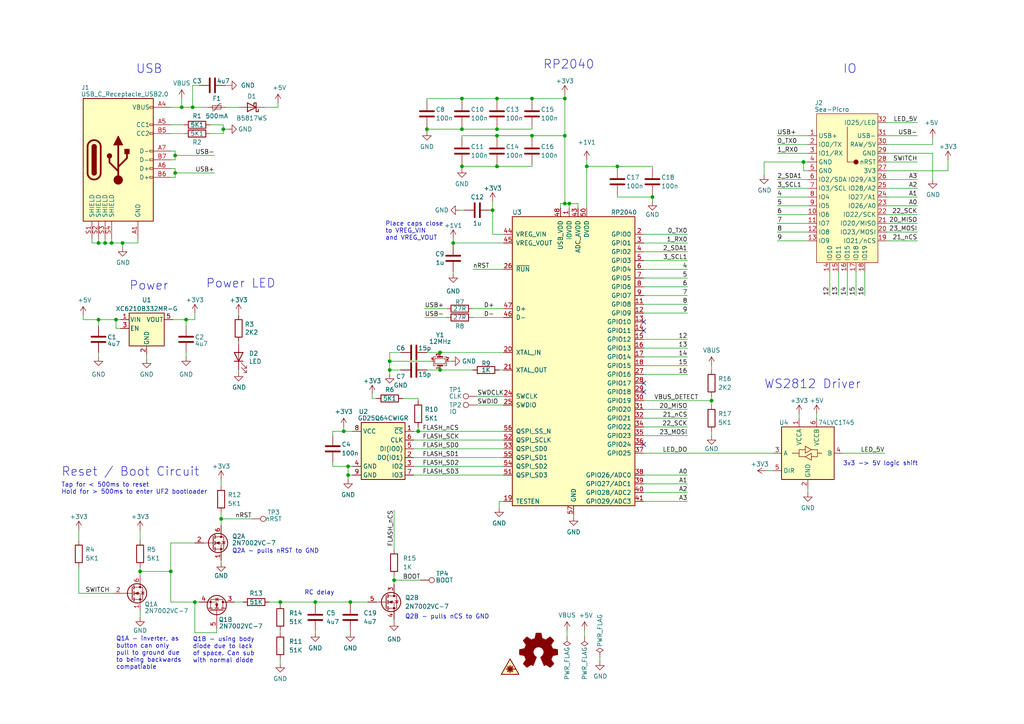
<source format=kicad_sch>
(kicad_sch (version 20211123) (generator eeschema)
  (paper "A4")
  (title_block (title "Sea Picro EXT") (date "2022-06-20") (rev "0.3") (company "Josh Johnson"))
  (junction (at 142.875 60.96))
  (junction (at 40.64 165.735))
  (junction (at 32.385 70.485))
  (junction (at 206.375 116.205))
  (junction (at 113.03 104.775))
  (junction (at 179.07 48.26))
  (junction (at 53.975 92.71))
  (junction (at 56.515 174.625))
  (junction (at 64.77 37.465))
  (junction (at 64.135 150.495))
  (junction (at 144.145 37.465))
  (junction (at 154.305 28.575))
  (junction (at 123.825 37.465))
  (junction (at 133.985 48.26))
  (junction (at 154.305 39.37))
  (junction (at 50.8 45.085))
  (junction (at 28.575 70.485))
  (junction (at 165.1 59.055))
  (junction (at 35.56 70.485))
  (junction (at 163.83 39.37))
  (junction (at 144.145 48.26))
  (junction (at 33.655 92.71))
  (junction (at 131.445 70.485))
  (junction (at 52.705 31.115))
  (junction (at 30.48 70.485))
  (junction (at 170.18 48.26))
  (junction (at 50.8 50.165))
  (junction (at 81.28 174.625))
  (junction (at 101.6 174.625))
  (junction (at 127.635 107.315))
  (junction (at 133.985 37.465))
  (junction (at 91.44 174.625))
  (junction (at 99.695 125.095))
  (junction (at 49.53 165.735))
  (junction (at 113.03 107.315))
  (junction (at 127.635 102.235))
  (junction (at 100.965 135.255))
  (junction (at 55.88 31.115))
  (junction (at 28.575 92.71))
  (junction (at 114.3 168.275))
  (junction (at 100.965 137.795))
  (junction (at 144.145 28.575))
  (junction (at 163.83 28.575))
  (junction (at 144.145 39.37))
  (junction (at 121.285 125.095))
  (junction (at 133.985 28.575))
  (junction (at 189.23 57.15))
  (junction (at 233.045 46.99))
  (junction (at 163.83 59.055))
  (no_connect (at 186.69 128.905))
  (no_connect (at 186.69 95.885))
  (no_connect (at 186.69 93.345))
  (no_connect (at 186.69 113.665))
  (no_connect (at 186.69 111.125))
  (wire (pts (xy 100.965 135.255) (xy 100.965 137.795)))
  (wire (pts (xy 50.8 48.895) (xy 50.8 50.165)))
  (wire (pts (xy 69.215 107.315) (xy 69.215 107.95)))
  (wire (pts (xy 248.285 78.74) (xy 248.285 85.725)))
  (wire (pts (xy 99.695 125.095) (xy 96.52 125.095)))
  (wire (pts (xy 123.825 29.21) (xy 123.825 28.575)))
  (wire (pts (xy 163.83 28.575) (xy 163.83 39.37)))
  (wire (pts (xy 60.96 36.195) (xy 64.77 36.195)))
  (wire (pts (xy 120.015 125.095) (xy 121.285 125.095)))
  (wire (pts (xy 154.305 28.575) (xy 163.83 28.575)))
  (wire (pts (xy 179.07 48.26) (xy 170.18 48.26)))
  (wire (pts (xy 56.515 174.625) (xy 49.53 174.625)))
  (wire (pts (xy 225.425 67.31) (xy 234.315 67.31)))
  (wire (pts (xy 163.83 39.37) (xy 163.83 59.055)))
  (wire (pts (xy 257.175 52.07) (xy 266.065 52.07)))
  (wire (pts (xy 114.3 167.005) (xy 114.3 168.275)))
  (wire (pts (xy 240.665 78.74) (xy 240.665 85.725)))
  (wire (pts (xy 28.575 70.485) (xy 30.48 70.485)))
  (wire (pts (xy 154.305 28.575) (xy 154.305 29.21)))
  (wire (pts (xy 186.69 90.805) (xy 199.39 90.805)))
  (wire (pts (xy 26.67 70.485) (xy 28.575 70.485)))
  (wire (pts (xy 113.03 102.235) (xy 113.03 104.775)))
  (wire (pts (xy 40.64 164.465) (xy 40.64 165.735)))
  (wire (pts (xy 80.645 31.115) (xy 80.645 29.845)))
  (wire (pts (xy 129.54 92.075) (xy 123.19 92.075)))
  (wire (pts (xy 225.425 64.77) (xy 234.315 64.77)))
  (wire (pts (xy 65.405 31.115) (xy 69.215 31.115)))
  (wire (pts (xy 32.385 69.215) (xy 32.385 70.485)))
  (wire (pts (xy 225.425 62.23) (xy 234.315 62.23)))
  (wire (pts (xy 186.69 106.045) (xy 199.39 106.045)))
  (wire (pts (xy 64.135 148.59) (xy 64.135 150.495)))
  (wire (pts (xy 222.25 136.525) (xy 224.155 136.525)))
  (wire (pts (xy 133.985 47.625) (xy 133.985 48.26)))
  (wire (pts (xy 146.05 70.485) (xy 131.445 70.485)))
  (wire (pts (xy 127.635 107.315) (xy 137.16 107.315)))
  (wire (pts (xy 170.18 48.26) (xy 170.18 60.325)))
  (wire (pts (xy 22.86 164.465) (xy 22.86 172.085)))
  (wire (pts (xy 186.69 70.485) (xy 199.39 70.485)))
  (wire (pts (xy 28.575 92.71) (xy 33.655 92.71)))
  (wire (pts (xy 225.425 44.45) (xy 234.315 44.45)))
  (wire (pts (xy 169.545 182.88) (xy 169.545 184.785)))
  (wire (pts (xy 55.88 24.765) (xy 57.785 24.765)))
  (wire (pts (xy 49.53 48.895) (xy 50.8 48.895)))
  (wire (pts (xy 50.8 50.165) (xy 50.8 51.435)))
  (wire (pts (xy 163.83 27.305) (xy 163.83 28.575)))
  (wire (pts (xy 270.51 52.07) (xy 270.51 44.45)))
  (wire (pts (xy 270.51 41.91) (xy 270.51 40.005)))
  (wire (pts (xy 50.8 45.085) (xy 62.23 45.085)))
  (wire (pts (xy 81.28 174.625) (xy 91.44 174.625)))
  (wire (pts (xy 233.045 49.53) (xy 233.045 46.99)))
  (wire (pts (xy 144.145 29.21) (xy 144.145 28.575)))
  (wire (pts (xy 186.69 103.505) (xy 199.39 103.505)))
  (wire (pts (xy 138.43 117.475) (xy 146.05 117.475)))
  (wire (pts (xy 257.175 35.56) (xy 266.065 35.56)))
  (wire (pts (xy 245.745 78.74) (xy 245.745 85.725)))
  (wire (pts (xy 64.135 150.495) (xy 73.025 150.495)))
  (wire (pts (xy 257.175 54.61) (xy 266.065 54.61)))
  (wire (pts (xy 179.07 56.515) (xy 179.07 57.15)))
  (wire (pts (xy 69.215 91.44) (xy 69.215 90.805)))
  (wire (pts (xy 165.1 59.055) (xy 163.83 59.055)))
  (wire (pts (xy 225.425 39.37) (xy 234.315 39.37)))
  (wire (pts (xy 225.425 54.61) (xy 234.315 54.61)))
  (wire (pts (xy 64.135 150.495) (xy 64.135 152.4)))
  (wire (pts (xy 154.305 36.83) (xy 154.305 37.465)))
  (wire (pts (xy 144.145 37.465) (xy 154.305 37.465)))
  (wire (pts (xy 234.315 49.53) (xy 233.045 49.53)))
  (wire (pts (xy 186.69 142.875) (xy 199.39 142.875)))
  (wire (pts (xy 49.53 174.625) (xy 49.53 165.735)))
  (wire (pts (xy 50.165 92.71) (xy 53.975 92.71)))
  (wire (pts (xy 113.03 107.315) (xy 113.03 108.585)))
  (wire (pts (xy 114.3 147.955) (xy 114.3 159.385)))
  (wire (pts (xy 22.86 153.67) (xy 22.86 156.845)))
  (wire (pts (xy 236.855 120.015) (xy 236.855 121.285)))
  (wire (pts (xy 186.69 73.025) (xy 199.39 73.025)))
  (wire (pts (xy 186.69 126.365) (xy 199.39 126.365)))
  (wire (pts (xy 206.375 106.045) (xy 206.375 107.315)))
  (wire (pts (xy 64.77 36.195) (xy 64.77 37.465)))
  (wire (pts (xy 186.69 98.425) (xy 199.39 98.425)))
  (wire (pts (xy 154.305 47.625) (xy 154.305 48.26)))
  (wire (pts (xy 120.015 132.715) (xy 146.05 132.715)))
  (wire (pts (xy 133.985 37.465) (xy 144.145 37.465)))
  (wire (pts (xy 179.07 48.26) (xy 189.23 48.26)))
  (wire (pts (xy 53.34 36.195) (xy 49.53 36.195)))
  (wire (pts (xy 56.515 90.805) (xy 56.515 92.71)))
  (wire (pts (xy 113.03 104.775) (xy 113.03 107.315)))
  (wire (pts (xy 131.445 69.215) (xy 131.445 70.485)))
  (wire (pts (xy 142.875 60.96) (xy 142.875 67.945)))
  (wire (pts (xy 28.575 92.71) (xy 28.575 94.615)))
  (wire (pts (xy 121.285 123.825) (xy 121.285 125.095)))
  (wire (pts (xy 144.145 48.26) (xy 154.305 48.26)))
  (wire (pts (xy 170.18 46.355) (xy 170.18 48.26)))
  (wire (pts (xy 129.54 89.535) (xy 123.19 89.535)))
  (wire (pts (xy 69.215 99.695) (xy 69.215 99.06)))
  (wire (pts (xy 257.175 46.99) (xy 266.065 46.99)))
  (wire (pts (xy 189.23 57.15) (xy 189.23 58.42)))
  (wire (pts (xy 49.53 43.815) (xy 50.8 43.815)))
  (wire (pts (xy 144.145 28.575) (xy 154.305 28.575)))
  (wire (pts (xy 243.205 78.74) (xy 243.205 85.725)))
  (wire (pts (xy 65.405 24.765) (xy 66.04 24.765)))
  (wire (pts (xy 179.07 48.895) (xy 179.07 48.26)))
  (wire (pts (xy 50.8 46.355) (xy 49.53 46.355)))
  (wire (pts (xy 22.86 172.085) (xy 33.02 172.085)))
  (wire (pts (xy 101.6 174.625) (xy 106.68 174.625)))
  (wire (pts (xy 133.985 28.575) (xy 133.985 29.21)))
  (wire (pts (xy 101.6 182.88) (xy 101.6 183.515)))
  (wire (pts (xy 102.235 135.255) (xy 100.965 135.255)))
  (wire (pts (xy 26.67 69.215) (xy 26.67 70.485)))
  (wire (pts (xy 257.175 69.85) (xy 266.065 69.85)))
  (wire (pts (xy 81.28 182.88) (xy 81.28 183.515)))
  (wire (pts (xy 33.655 95.25) (xy 33.655 92.71)))
  (wire (pts (xy 120.015 135.255) (xy 146.05 135.255)))
  (wire (pts (xy 186.69 108.585) (xy 199.39 108.585)))
  (wire (pts (xy 270.51 44.45) (xy 257.175 44.45)))
  (wire (pts (xy 50.8 51.435) (xy 49.53 51.435)))
  (wire (pts (xy 100.965 137.795) (xy 102.235 137.795)))
  (wire (pts (xy 257.175 59.69) (xy 266.065 59.69)))
  (wire (pts (xy 186.69 137.795) (xy 199.39 137.795)))
  (wire (pts (xy 52.705 28.575) (xy 52.705 31.115)))
  (wire (pts (xy 28.575 69.215) (xy 28.575 70.485)))
  (wire (pts (xy 186.69 140.335) (xy 199.39 140.335)))
  (wire (pts (xy 113.03 107.315) (xy 116.205 107.315)))
  (wire (pts (xy 50.8 45.085) (xy 50.8 46.355)))
  (wire (pts (xy 101.6 175.26) (xy 101.6 174.625)))
  (wire (pts (xy 186.69 83.185) (xy 199.39 83.185)))
  (wire (pts (xy 133.985 48.26) (xy 144.145 48.26)))
  (wire (pts (xy 60.96 38.735) (xy 64.77 38.735)))
  (wire (pts (xy 123.825 28.575) (xy 133.985 28.575)))
  (wire (pts (xy 144.145 39.37) (xy 144.145 40.005)))
  (wire (pts (xy 40.64 165.735) (xy 40.64 167.005)))
  (wire (pts (xy 144.145 36.83) (xy 144.145 37.465)))
  (wire (pts (xy 53.975 92.71) (xy 53.975 94.615)))
  (wire (pts (xy 250.825 78.74) (xy 250.825 85.725)))
  (wire (pts (xy 146.05 145.415) (xy 144.78 145.415)))
  (wire (pts (xy 164.465 182.88) (xy 164.465 184.785)))
  (wire (pts (xy 100.965 137.795) (xy 100.965 139.065)))
  (wire (pts (xy 32.385 70.485) (xy 35.56 70.485)))
  (wire (pts (xy 30.48 70.485) (xy 32.385 70.485)))
  (wire (pts (xy 189.23 48.26) (xy 189.23 48.895)))
  (wire (pts (xy 120.015 127.635) (xy 146.05 127.635)))
  (wire (pts (xy 144.78 145.415) (xy 144.78 147.32)))
  (wire (pts (xy 107.95 114.3) (xy 107.95 115.57)))
  (wire (pts (xy 186.69 121.285) (xy 199.39 121.285)))
  (wire (pts (xy 64.135 139.065) (xy 64.135 140.97)))
  (wire (pts (xy 120.015 137.795) (xy 146.05 137.795)))
  (wire (pts (xy 121.285 115.57) (xy 121.285 116.205)))
  (wire (pts (xy 42.545 102.87) (xy 42.545 104.14)))
  (wire (pts (xy 123.825 37.465) (xy 133.985 37.465)))
  (wire (pts (xy 78.105 174.625) (xy 81.28 174.625)))
  (wire (pts (xy 34.925 95.25) (xy 33.655 95.25)))
  (wire (pts (xy 133.985 28.575) (xy 144.145 28.575)))
  (wire (pts (xy 67.945 174.625) (xy 70.485 174.625)))
  (wire (pts (xy 165.1 59.055) (xy 165.1 60.325)))
  (wire (pts (xy 99.695 123.825) (xy 99.695 125.095)))
  (wire (pts (xy 123.825 37.465) (xy 123.825 38.1)))
  (wire (pts (xy 50.8 50.165) (xy 62.23 50.165)))
  (wire (pts (xy 225.425 59.69) (xy 234.315 59.69)))
  (wire (pts (xy 257.175 64.77) (xy 266.065 64.77)))
  (wire (pts (xy 206.375 125.095) (xy 206.375 126.365)))
  (wire (pts (xy 173.99 191.77) (xy 173.99 190.5)))
  (wire (pts (xy 206.375 116.205) (xy 206.375 117.475)))
  (wire (pts (xy 123.825 36.83) (xy 123.825 37.465)))
  (wire (pts (xy 146.05 67.945) (xy 142.875 67.945)))
  (wire (pts (xy 186.69 80.645) (xy 199.39 80.645)))
  (wire (pts (xy 186.69 78.105) (xy 199.39 78.105)))
  (wire (pts (xy 116.84 115.57) (xy 121.285 115.57)))
  (wire (pts (xy 50.8 43.815) (xy 50.8 45.085)))
  (wire (pts (xy 55.88 31.115) (xy 60.325 31.115)))
  (wire (pts (xy 138.43 114.935) (xy 146.05 114.935)))
  (wire (pts (xy 154.305 39.37) (xy 163.83 39.37)))
  (wire (pts (xy 49.53 157.48) (xy 56.515 157.48)))
  (wire (pts (xy 56.515 183.515) (xy 56.515 174.625)))
  (wire (pts (xy 186.69 123.825) (xy 199.39 123.825)))
  (wire (pts (xy 186.69 88.265) (xy 199.39 88.265)))
  (wire (pts (xy 166.37 149.225) (xy 166.37 149.86)))
  (wire (pts (xy 40.64 177.165) (xy 40.64 179.07)))
  (wire (pts (xy 142.24 60.96) (xy 142.875 60.96)))
  (wire (pts (xy 53.975 102.235) (xy 53.975 103.505)))
  (wire (pts (xy 167.64 59.055) (xy 165.1 59.055)))
  (wire (pts (xy 131.445 70.485) (xy 131.445 71.12)))
  (wire (pts (xy 144.145 47.625) (xy 144.145 48.26)))
  (wire (pts (xy 121.285 125.095) (xy 146.05 125.095)))
  (wire (pts (xy 257.175 62.23) (xy 266.065 62.23)))
  (wire (pts (xy 225.425 52.07) (xy 234.315 52.07)))
  (wire (pts (xy 234.315 141.605) (xy 234.315 142.875)))
  (wire (pts (xy 163.83 59.055) (xy 162.56 59.055)))
  (wire (pts (xy 274.955 46.355) (xy 274.955 49.53)))
  (wire (pts (xy 49.53 165.735) (xy 40.64 165.735)))
  (wire (pts (xy 62.865 183.515) (xy 56.515 183.515)))
  (wire (pts (xy 133.985 39.37) (xy 144.145 39.37)))
  (wire (pts (xy 99.695 125.095) (xy 102.235 125.095)))
  (wire (pts (xy 131.445 78.74) (xy 131.445 79.375)))
  (wire (pts (xy 64.77 37.465) (xy 64.77 38.735)))
  (wire (pts (xy 186.69 75.565) (xy 199.39 75.565)))
  (wire (pts (xy 137.16 92.075) (xy 146.05 92.075)))
  (wire (pts (xy 189.23 56.515) (xy 189.23 57.15)))
  (wire (pts (xy 49.53 31.115) (xy 52.705 31.115)))
  (wire (pts (xy 40.64 153.67) (xy 40.64 156.845)))
  (wire (pts (xy 91.44 182.88) (xy 91.44 183.515)))
  (wire (pts (xy 53.34 38.735) (xy 49.53 38.735)))
  (wire (pts (xy 123.825 107.315) (xy 127.635 107.315)))
  (wire (pts (xy 221.615 46.99) (xy 233.045 46.99)))
  (wire (pts (xy 24.13 92.71) (xy 24.13 91.44)))
  (wire (pts (xy 133.35 60.96) (xy 134.62 60.96)))
  (wire (pts (xy 244.475 131.445) (xy 256.54 131.445)))
  (wire (pts (xy 130.175 104.775) (xy 130.81 104.775)))
  (wire (pts (xy 225.425 41.91) (xy 234.315 41.91)))
  (wire (pts (xy 133.985 40.005) (xy 133.985 39.37)))
  (wire (pts (xy 62.865 182.245) (xy 62.865 183.515)))
  (wire (pts (xy 137.16 89.535) (xy 146.05 89.535)))
  (wire (pts (xy 162.56 59.055) (xy 162.56 60.325)))
  (wire (pts (xy 114.3 179.705) (xy 114.3 180.34)))
  (wire (pts (xy 113.03 104.775) (xy 125.095 104.775)))
  (wire (pts (xy 154.305 40.005) (xy 154.305 39.37)))
  (wire (pts (xy 221.615 46.99) (xy 221.615 50.8)))
  (wire (pts (xy 64.135 162.56) (xy 64.135 163.195)))
  (wire (pts (xy 53.975 92.71) (xy 56.515 92.71)))
  (wire (pts (xy 186.69 116.205) (xy 206.375 116.205)))
  (wire (pts (xy 33.655 92.71) (xy 34.925 92.71)))
  (wire (pts (xy 133.985 48.26) (xy 133.985 48.895)))
  (wire (pts (xy 146.05 78.105) (xy 137.16 78.105)))
  (wire (pts (xy 40.005 69.215) (xy 40.005 70.485)))
  (wire (pts (xy 66.04 37.465) (xy 64.77 37.465)))
  (wire (pts (xy 133.985 36.83) (xy 133.985 37.465)))
  (wire (pts (xy 55.88 24.765) (xy 55.88 31.115)))
  (wire (pts (xy 52.705 31.115) (xy 55.88 31.115)))
  (wire (pts (xy 167.64 60.325) (xy 167.64 59.055)))
  (wire (pts (xy 186.69 145.415) (xy 199.39 145.415)))
  (wire (pts (xy 257.175 49.53) (xy 274.955 49.53)))
  (wire (pts (xy 257.175 57.15) (xy 266.065 57.15)))
  (wire (pts (xy 225.425 57.15) (xy 234.315 57.15)))
  (wire (pts (xy 96.52 125.095) (xy 96.52 126.365)))
  (wire (pts (xy 30.48 69.215) (xy 30.48 70.485)))
  (wire (pts (xy 127.635 102.235) (xy 146.05 102.235)))
  (wire (pts (xy 186.69 118.745) (xy 199.39 118.745)))
  (wire (pts (xy 81.28 175.26) (xy 81.28 174.625)))
  (wire (pts (xy 120.015 130.175) (xy 146.05 130.175)))
  (wire (pts (xy 179.07 57.15) (xy 189.23 57.15)))
  (wire (pts (xy 35.56 70.485) (xy 40.005 70.485)))
  (wire (pts (xy 76.835 31.115) (xy 80.645 31.115)))
  (wire (pts (xy 96.52 133.985) (xy 96.52 135.255)))
  (wire (pts (xy 28.575 102.235) (xy 28.575 103.505)))
  (wire (pts (xy 24.13 92.71) (xy 28.575 92.71)))
  (wire (pts (xy 257.175 41.91) (xy 270.51 41.91)))
  (wire (pts (xy 81.28 191.135) (xy 81.28 192.405)))
  (wire (pts (xy 225.425 69.85) (xy 234.315 69.85)))
  (wire (pts (xy 257.175 39.37) (xy 266.065 39.37)))
  (wire (pts (xy 114.3 168.275) (xy 121.92 168.275)))
  (wire (pts (xy 257.175 67.31) (xy 266.065 67.31)))
  (wire (pts (xy 107.95 115.57) (xy 109.22 115.57)))
  (wire (pts (xy 144.145 39.37) (xy 154.305 39.37)))
  (wire (pts (xy 142.875 58.42) (xy 142.875 60.96)))
  (wire (pts (xy 231.775 120.015) (xy 231.775 121.285)))
  (wire (pts (xy 116.205 102.235) (xy 113.03 102.235)))
  (wire (pts (xy 96.52 135.255) (xy 100.965 135.255)))
  (wire (pts (xy 144.78 107.315) (xy 146.05 107.315)))
  (wire (pts (xy 186.69 131.445) (xy 224.155 131.445)))
  (wire (pts (xy 91.44 175.26) (xy 91.44 174.625)))
  (wire (pts (xy 233.045 46.99) (xy 234.315 46.99)))
  (wire (pts (xy 186.69 67.945) (xy 199.39 67.945)))
  (wire (pts (xy 186.69 100.965) (xy 199.39 100.965)))
  (wire (pts (xy 56.515 174.625) (xy 57.785 174.625)))
  (wire (pts (xy 114.3 168.275) (xy 114.3 169.545)))
  (wire (pts (xy 49.53 157.48) (xy 49.53 165.735)))
  (wire (pts (xy 91.44 174.625) (xy 101.6 174.625)))
  (wire (pts (xy 206.375 114.935) (xy 206.375 116.205)))
  (wire (pts (xy 186.69 85.725) (xy 199.39 85.725)))
  (wire (pts (xy 123.825 102.235) (xy 127.635 102.235)))
  (wire (pts (xy 35.56 71.755) (xy 35.56 70.485)))
  (text "Power LED" (at 59.69 83.82 0) (effects (font (size 2.54 2.54)) (justify left bottom)))
  (text "RP2040" (at 157.48 20.32 0) (effects (font (size 2.54 2.54)) (justify left bottom)))
  (text "3v3 -> 5V logic shift" (at 244.475 135.255 0) (effects (font (size 1.27 1.27)) (justify left bottom)))
  (text "Power" (at 37.465 84.455 0) (effects (font (size 2.54 2.54)) (justify left bottom)))
  (text "Q2A - pulls nRST to GND" (at 67.31 160.655 0) (effects (font (size 1.27 1.27)) (justify left bottom)))
  (text "Q1A - inverter, as \nbutton can only \npull to ground due\nto being backwards\ncompatiable" (at 33.655 194.31 0) (effects (font (size 1.27 1.27)) (justify left bottom)))
  (text "Place caps close \nto VREG_VIN \nand VREG_VOUT" (at 111.76 69.85 0) (effects (font (size 1.27 1.27)) (justify left bottom)))
  (text "Q1B - using body \ndiode due to lack\nof space. Can sub\nwith normal diode" (at 55.88 192.405 0) (effects (font (size 1.27 1.27)) (justify left bottom)))
  (text "Tap for < 500ms to reset\nHold for > 500ms to enter UF2 bootloader" (at 17.78 143.51 0) (effects (font (size 1.27 1.27)) (justify left bottom)))
  (text "RC delay" (at 88.265 172.72 0) (effects (font (size 1.27 1.27)) (justify left bottom)))
  (text "Reset / Boot Circuit" (at 17.78 138.43 0) (effects (font (size 2.54 2.54)) (justify left bottom)))
  (text "IO" (at 244.475 21.59 0) (effects (font (size 2.54 2.54)) (justify left bottom)))
  (text "USB" (at 39.37 21.59 0) (effects (font (size 2.54 2.54)) (justify left bottom)))
  (text "WS2812 Driver" (at 221.615 113.03 0) (effects (font (size 2.54 2.54)) (justify left bottom)))
  (text "Q2B - pulls nCS to GND" (at 117.475 179.705 0) (effects (font (size 1.27 1.27)) (justify left bottom)))
  (label "23_MOSI" (at 199.39 126.365 180))
  (label "USB-" (at 62.23 45.085 180))
  (label "4" (at 225.425 57.15 0))
  (label "SWDIO" (at 138.43 117.475 0))
  (label "3_SCL1" (at 199.39 75.565 180))
  (label "SWDCLK" (at 138.43 114.935 0))
  (label "22_SCK" (at 199.39 123.825 180))
  (label "7" (at 225.425 64.77 0))
  (label "A2" (at 199.39 142.875 180))
  (label "4" (at 199.39 78.105 180))
  (label "3_SCL1" (at 225.425 54.61 0))
  (label "USB-" (at 266.065 39.37 180))
  (label "2_SDA1" (at 225.425 52.07 0))
  (label "5" (at 225.425 59.69 0))
  (label "USB+" (at 225.425 39.37 0))
  (label "12" (at 240.665 85.725 90))
  (label "22_SCK" (at 266.065 62.23 180))
  (label "6" (at 225.425 62.23 0))
  (label "nRST" (at 137.16 78.105 0))
  (label "20_MISO" (at 199.39 118.745 180))
  (label "USB-" (at 123.19 92.075 0))
  (label "23_MOSI" (at 266.065 67.31 180))
  (label "FLASH_SD0" (at 122.555 130.175 0))
  (label "FLASH_SD3" (at 122.555 137.795 0))
  (label "SWITCH" (at 24.765 172.085 0))
  (label "FLASH_nCS" (at 114.3 147.955 270))
  (label "14" (at 199.39 103.505 180))
  (label "16" (at 199.39 108.585 180))
  (label "15" (at 199.39 106.045 180))
  (label "9" (at 199.39 90.805 180))
  (label "16" (at 250.825 85.725 90))
  (label "A1" (at 199.39 140.335 180))
  (label "FLASH_nCS" (at 122.555 125.095 0))
  (label "14" (at 245.745 85.725 90))
  (label "21_nCS" (at 199.39 121.285 180))
  (label "8" (at 199.39 88.265 180))
  (label "5" (at 199.39 80.645 180))
  (label "A0" (at 199.39 137.795 180))
  (label "D-" (at 140.335 92.075 0))
  (label "13" (at 199.39 100.965 180))
  (label "USB+" (at 62.23 50.165 180))
  (label "0_TX0" (at 199.39 67.945 180))
  (label "USB+" (at 123.19 89.535 0))
  (label "LED_DO" (at 199.39 131.445 180))
  (label "9" (at 225.425 69.85 0))
  (label "6" (at 199.39 83.185 180))
  (label "21_nCS" (at 266.065 69.85 180))
  (label "7" (at 199.39 85.725 180))
  (label "8" (at 225.425 67.31 0))
  (label "LED_5V" (at 266.065 35.56 180))
  (label "nRST" (at 73.025 150.495 180))
  (label "0_TX0" (at 225.425 41.91 0))
  (label "D+" (at 140.335 89.535 0))
  (label "A3" (at 266.065 52.07 180))
  (label "FLASH_SCK" (at 122.555 127.635 0))
  (label "20_MISO" (at 266.065 64.77 180))
  (label "13" (at 243.205 85.725 90))
  (label "SWITCH" (at 266.065 46.99 180))
  (label "A0" (at 266.065 59.69 180))
  (label "12" (at 199.39 98.425 180))
  (label "1_RX0" (at 225.425 44.45 0))
  (label "A3" (at 199.39 145.415 180))
  (label "A2" (at 266.065 54.61 180))
  (label "1_RX0" (at 199.39 70.485 180))
  (label "BOOT" (at 121.92 168.275 180))
  (label "FLASH_SD2" (at 122.555 135.255 0))
  (label "15" (at 248.285 85.725 90))
  (label "VBUS_DETECT" (at 202.565 116.205 180))
  (label "2_SDA1" (at 199.39 73.025 180))
  (label "FLASH_SD1" (at 122.555 132.715 0))
  (label "LED_5V" (at 256.54 131.445 180))
  (label "A1" (at 266.065 57.15 180))
  (symbol (lib_id "power:GND") (at 35.56 71.755 0) (unit 1)
    (property "Reference" "#PWR01" (effects hide))
    (property "Value" "GND" (at 35.687 76.1492 0))
  )
  (symbol (lib_id "Device:R") (at 57.15 36.195 270) (unit 1)
    (property "Reference" "R1" (at 57.15 33.655 90))
    (property "Value" "5K1" (at 57.15 36.195 90))
    (property "Footprint" "Resistor_SMD:R_0402_1005Metric" (effects hide))
    (property "LCSC" "C25905" (effects hide))
    (property "MPN " "0402WGF5101TCE" (effects hide))
    (property "Manufacturer" "UNI-ROYAL(Uniroyal Elec)" (effects hide))
    (property "JLC Basic" "Y" (effects hide))
    (property "Substitute" "Y" (effects hide))
  )
  (symbol (lib_id "Device:R") (at 57.15 38.735 270) (unit 1)
    (property "Reference" "R2" (at 57.15 41.275 90))
    (property "Value" "5K1" (at 57.15 38.735 90))
    (property "Footprint" "Resistor_SMD:R_0402_1005Metric" (effects hide))
    (property "LCSC" "C25905" (effects hide))
    (property "MPN " "0402WGF5101TCE" (effects hide))
    (property "Manufacturer" "UNI-ROYAL(Uniroyal Elec)" (effects hide))
    (property "JLC Basic" "Y" (effects hide))
    (property "Substitute" "Y" (effects hide))
  )
  (symbol (lib_id "power:GND") (at 66.04 37.465 90) (unit 1)
    (property "Reference" "#PWR02" (effects hide))
    (property "Value" "GND" (at 71.12 37.465 90))
  )
  (symbol (lib_id "Device:D_Schottky") (at 73.025 31.115 180) (unit 1)
    (property "Reference" "D1" (at 73.025 27.94 0))
    (property "Value" "B5817WS" (at 73.025 34.29 0))
    (property "Footprint" "josh-passives-smt:D_SOD-323" (effects hide))
    (property "LCSC" "C122854" (effects hide))
    (property "MPN " "B5817WS" (effects hide))
    (property "Manufacturer" "Shikues" (effects hide))
    (property "JLC Basic" "N" (effects hide))
    (property "Substitute" "N" (effects hide))
  )
  (symbol (lib_id "power:+5V") (at 80.645 29.845 0) (unit 1)
    (property "Reference" "#PWR05" (effects hide))
    (property "Value" "+5V" (at 81.026 25.4508 0))
  )
  (symbol (lib_id "Device:Polyfuse_Small") (at 62.865 31.115 270) (unit 1)
    (property "Reference" "F1" (at 62.865 28.575 90))
    (property "Value" "500mA" (at 62.865 33.655 90))
    (property "Footprint" "josh-passives-smt:Fuse_0603_1608Metric" (effects hide))
    (property "LCSC" "C210357" (effects hide))
    (property "MPN " "MF-FSMF050X-2" (effects hide))
    (property "Manufacturer" "BOURNS" (effects hide))
    (property "JLC Basic" "N" (effects hide))
    (property "Substitute" "Y" (effects hide))
  )
  (symbol (lib_id "Device:LED") (at 69.215 103.505 90) (unit 1)
    (property "Reference" "D2" (at 72.1868 102.5144 90) (effects (justify right)))
    (property "Value" "LED" (at 72.1868 104.8258 90) (effects (justify right)))
    (property "Footprint" "LED_SMD:LED_0603_1608Metric" (effects hide))
    (property "LCSC" "C72041" (effects hide))
    (property "MPN " "19-217/BHC-ZL1M2RY/3T" (effects hide))
    (property "Manufacturer" "Everlight Elec" (effects hide))
    (property "JLC Basic" "Y" (effects hide))
    (property "Substitute" "Y - Any Pink" (effects hide))
  )
  (symbol (lib_id "Device:R") (at 69.215 95.25 0) (unit 1)
    (property "Reference" "R3" (at 70.993 94.0816 0) (effects (justify left)))
    (property "Value" "2K2" (at 70.993 96.393 0) (effects (justify left)))
    (property "Footprint" "Resistor_SMD:R_0402_1005Metric" (effects hide))
    (property "LCSC" "C25879" (effects hide))
    (property "MPN " "0402WGF2201TCE" (effects hide))
    (property "Manufacturer" "UNI-ROYAL(Uniroyal Elec)" (effects hide))
    (property "JLC Basic" "Y" (effects hide))
    (property "Substitute" "Y" (effects hide))
  )
  (symbol (lib_id "power:GND") (at 69.215 107.95 0) (unit 1)
    (property "Reference" "#PWR07" (effects hide))
    (property "Value" "GND" (at 69.342 112.3442 0))
  )
  (symbol (lib_id "power:GND") (at 221.615 50.8 0) (unit 1)
    (property "Reference" "#PWR03" (effects hide))
    (property "Value" "GND" (at 221.742 55.1942 0))
  )
  (symbol (lib_id "power:+5V") (at 270.51 40.005 0) (mirror y) (unit 1)
    (property "Reference" "#PWR010" (effects hide))
    (property "Value" "+5V" (at 270.129 35.6108 0))
  )
  (symbol (lib_id "power:PWR_FLAG") (at 173.99 190.5 0) (unit 1)
    (property "Reference" "#FLG04" (effects hide))
    (property "Value" "PWR_FLAG" (at 173.99 182.88 90))
  )
  (symbol (lib_id "power:GND") (at 173.99 191.77 0) (unit 1)
    (property "Reference" "#PWR017" (effects hide))
    (property "Value" "GND" (at 174.117 196.1642 0))
  )
  (symbol (lib_id "Graphic:Logo_Open_Hardware_Small") (at 156.21 189.23 0) (unit 1) (in_bom no)
    (property "Reference" "LOGO1" (effects hide))
    (property "Value" "Logo_Open_Hardware_Small" (effects hide))
    (property "Footprint" "josh-logos:OSHW_Logo_3.6x3.6_F.Mask" (effects hide))
  )
  (symbol (lib_id "Device:C") (at 131.445 74.93 0) (mirror y) (unit 1)
    (property "Reference" "C9" (at 128.905 73.66 0) (effects (justify left)))
    (property "Value" "1u" (at 128.905 76.2 0) (effects (justify left)))
    (property "Footprint" "Capacitor_SMD:C_0402_1005Metric" (effects hide))
    (property "LCSC" "C15849" (effects hide))
    (property "MPN " "CL10A105KB8NNNC" (effects hide))
    (property "Manufacturer" "Samsung Electro-Mechanics" (effects hide))
    (property "JLC Basic" "Y" (effects hide))
    (property "Substitute" "Y" (effects hide))
  )
  (symbol (lib_id "power:GND") (at 28.575 103.505 0) (unit 1)
    (property "Reference" "#PWR06" (effects hide))
    (property "Value" "GND" (at 28.575 108.585 0))
  )
  (symbol (lib_id "Device:C") (at 101.6 179.07 0) (unit 1)
    (property "Reference" "C19" (at 105.41 177.7999 0) (effects (justify left)))
    (property "Value" "4u7" (at 105.41 180.3399 0) (effects (justify left)))
    (property "Footprint" "Capacitor_SMD:C_0402_1005Metric" (effects hide))
    (property "JLC Basic" "Y" (effects hide))
    (property "LCSC" "C23733" (effects hide))
    (property "MPN " "CL05A475MP5NRNC" (effects hide))
    (property "Manufacturer" "Samsung Electro-Mechanics" (effects hide))
    (property "Substitute" "Y" (effects hide))
  )
  (symbol (lib_id "Device:C") (at 96.52 130.175 0) (unit 1)
    (property "Reference" "C4" (at 99.06 128.905 0) (effects (justify left)))
    (property "Value" "100n" (at 99.06 131.445 0) (effects (justify left)))
    (property "Footprint" "Capacitor_SMD:C_0402_1005Metric" (effects hide))
    (property "LCSC" "C1525" (effects hide))
    (property "MPN " "CL05B104KO5NNNC" (effects hide))
    (property "Manufacturer" "Samsung Electro-Mechanics" (effects hide))
    (property "JLC Basic" "Y" (effects hide))
    (property "Substitute" "Y" (effects hide))
  )
  (symbol (lib_id "power:GND") (at 166.37 149.86 0) (unit 1)
    (property "Reference" "#PWR033" (effects hide))
    (property "Value" "GND" (at 166.37 154.305 0))
  )
  (symbol (lib_id "Device:R") (at 206.375 121.285 0) (unit 1)
    (property "Reference" "R17" (at 208.28 120.0149 0) (effects (justify left)))
    (property "Value" "5K1" (at 208.28 122.5549 0) (effects (justify left)))
    (property "Footprint" "Resistor_SMD:R_0402_1005Metric" (effects hide))
    (property "JLC Basic" "Y" (effects hide))
    (property "LCSC" "C25905" (effects hide))
    (property "MPN " "0402WGF5101TCE" (effects hide))
    (property "Manufacturer" "UNI-ROYAL(Uniroyal Elec)" (effects hide))
    (property "Substitute" "Y" (effects hide))
  )
  (symbol (lib_id "power:+5V") (at 169.545 182.88 0) (unit 1)
    (property "Reference" "#PWR0112" (effects hide))
    (property "Value" "+5V" (at 169.926 178.4858 0))
  )
  (symbol (lib_id "Transistor_FET:FDG6335N") (at 61.595 157.48 0) (unit 1)
    (property "Reference" "Q2" (at 69.215 155.575 0))
    (property "Value" "2N7002VC-7" (at 73.66 157.48 0))
    (property "Footprint" "josh-soic-sot-etc:SOT-563" (effects hide))
    (property "Datasheet" "http://www.gneic.com/product/datasheet/FDG6335N-1122853.pdf" (effects hide))
    (property "JLC Basic" "N" (effects hide))
    (property "LCSC" "C504145" (effects hide))
    (property "MPN " "2N7002V" (effects hide))
    (property "Manufacturer" "Changjiang Electronics Tech (CJ) " (effects hide))
    (property "Substitute" "Y" (effects hide))
  )
  (symbol (lib_id "Device:Crystal_GND24_Small") (at 127.635 104.775 90) (unit 1)
    (property "Reference" "Y1" (at 127.635 97.155 90))
    (property "Value" "12MHz" (at 127.635 99.06 90))
    (property "Footprint" "josh-oscillators:Crystal_SMD_2520-4Pin_2.5x2.0mm" (effects hide))
    (property "LCSC" "C2149204" (effects hide))
    (property "MPN " "2TJ412000HYGBC" (effects hide))
    (property "Manufacturer" "JYJE" (effects hide))
    (property "JLC Basic" "N" (effects hide))
    (property "LCSC2" "C2149205" (effects hide))
    (property "MPN2" "2TJ412000NYGBC" (effects hide))
    (property "Manufacturer2" "JYJE" (effects hide))
    (property "Substitute" "N" (effects hide))
  )
  (symbol (lib_id "josh-connector:USB_C_Receptacle_USB2.0_NO_SBU") (at 34.29 46.355 0) (unit 1)
    (property "Reference" "J1" (at 24.765 25.4 0))
    (property "Value" "USB_C_Receptacle_USB2.0" (at 36.195 27.305 0))
    (property "Footprint" "josh-connectors:USB-C_MID_MOUNT_918-418K2024S40000" (effects hide))
    (property "JLC Basic" "N" (effects hide))
    (property "LCSC" "C168688" (effects hide))
    (property "MPN " "918-418K2024S40000" (effects hide))
    (property "Manufacturer" "Jing Extension of the Electronic Co" (effects hide))
    (property "Substitute" "Y" (effects hide))
  )
  (symbol (lib_id "Device:R") (at 206.375 111.125 0) (unit 1)
    (property "Reference" "R16" (at 208.28 109.8549 0) (effects (justify left)))
    (property "Value" "2K2" (at 208.28 112.3949 0) (effects (justify left)))
    (property "Footprint" "Resistor_SMD:R_0402_1005Metric" (effects hide))
    (property "JLC Basic" "Y" (effects hide))
    (property "LCSC" "C25879" (effects hide))
    (property "MPN " "0402WGF2201TCE" (effects hide))
    (property "Manufacturer" "UNI-ROYAL(Uniroyal Elec)" (effects hide))
    (property "Substitute" "Y" (effects hide))
  )
  (symbol (lib_id "Transistor_FET:FDG6335N") (at 62.865 177.165 270) (mirror x) (unit 2)
    (property "Reference" "Q1" (at 65.405 179.705 90))
    (property "Value" "2N7002VC-7" (at 69.85 181.61 90))
    (property "Footprint" "josh-soic-sot-etc:SOT-563" (effects hide))
    (property "Datasheet" "http://www.gneic.com/product/datasheet/FDG6335N-1122853.pdf" (effects hide))
    (property "JLC Basic" "N" (effects hide))
    (property "LCSC" "C504145" (effects hide))
    (property "MPN " "2N7002V" (effects hide))
    (property "Manufacturer" "Changjiang Electronics Tech (CJ) " (effects hide))
    (property "Substitute" "Y" (effects hide))
  )
  (symbol (lib_id "power:+3V3") (at 163.83 27.305 0) (unit 1)
    (property "Reference" "#PWR032" (effects hide))
    (property "Value" "+3V3" (at 163.83 23.495 0))
  )
  (symbol (lib_id "power:GND") (at 66.04 24.765 90) (unit 1)
    (property "Reference" "#PWR018" (effects hide))
    (property "Value" "GND" (at 69.85 24.7649 90) (effects (justify right)))
  )
  (symbol (lib_id "Connector:TestPoint") (at 138.43 117.475 90) (unit 1) (in_bom no)
    (property "Reference" "TP2" (at 132.08 117.475 90))
    (property "Value" "IO" (at 131.445 119.38 90))
    (property "Footprint" "josh-test-point:TestPoint_THTPad_D1.0mm_Drill0.5mm_NO_SILK" (effects hide))
  )
  (symbol (lib_id "Connector:TestPoint") (at 73.025 150.495 270) (unit 1) (in_bom no)
    (property "Reference" "TP3" (at 79.375 148.59 90))
    (property "Value" "nRST" (at 79.375 150.495 90))
    (property "Footprint" "josh-test-point:TestPoint_SMDPad_D1.0mm_NO_SILK" (effects hide))
  )
  (symbol (lib_id "Device:R") (at 133.35 89.535 90) (unit 1)
    (property "Reference" "R7" (at 133.35 87.63 90))
    (property "Value" "27R" (at 133.35 89.535 90))
    (property "Footprint" "Resistor_SMD:R_0402_1005Metric" (effects hide))
    (property "LCSC" "C25100" (effects hide))
    (property "MPN " "0402WGF270JTCE" (effects hide))
    (property "Manufacturer" "UNI-ROYAL(Uniroyal Elec)" (effects hide))
    (property "JLC Basic" "N" (effects hide))
    (property "Substitute" "Y" (effects hide))
  )
  (symbol (lib_id "Device:C") (at 133.985 43.815 0) (unit 1)
    (property "Reference" "C11" (at 136.525 42.545 0) (effects (justify left)))
    (property "Value" "100n" (at 136.525 45.085 0) (effects (justify left)))
    (property "Footprint" "Capacitor_SMD:C_0402_1005Metric" (effects hide))
    (property "LCSC" "C1525" (effects hide))
    (property "MPN " "CL05B104KO5NNNC" (effects hide))
    (property "Manufacturer" "Samsung Electro-Mechanics" (effects hide))
    (property "JLC Basic" "Y" (effects hide))
    (property "Substitute" "Y" (effects hide))
  )
  (symbol (lib_id "power:+3V3") (at 222.25 136.525 90) (unit 1)
    (property "Reference" "#PWR0116" (effects hide))
    (property "Value" "+3V3" (at 220.345 134.62 90))
  )
  (symbol (lib_id "josh-module:Sea-Picro") (at 245.745 55.88 0) (unit 1) (in_bom no)
    (property "Reference" "J2" (at 237.49 29.845 0))
    (property "Value" "Sea-Picro" (at 241.3 31.75 0))
    (property "Footprint" "josh-module:Sea-Picro_EXT_Pins_Castellated" (effects hide))
  )
  (symbol (lib_id "Device:R") (at 81.28 179.07 0) (unit 1)
    (property "Reference" "R14" (at 83.82 177.7999 0) (effects (justify left)))
    (property "Value" "51K" (at 83.82 180.3399 0) (effects (justify left)))
    (property "Footprint" "Resistor_SMD:R_0402_1005Metric" (effects hide))
    (property "JLC Basic" "Y" (effects hide))
    (property "LCSC" "C25794" (effects hide))
    (property "MPN " "0402WGF5102TCE" (effects hide))
    (property "Manufacturer" "UNI-ROYAL(Uniroyal Elec)" (effects hide))
    (property "Substitute" "Y" (effects hide))
  )
  (symbol (lib_id "power:GND") (at 64.135 163.195 0) (unit 1)
    (property "Reference" "#PWR0101" (effects hide))
    (property "Value" "GND" (at 64.135 167.005 0))
  )
  (symbol (lib_id "Device:R") (at 140.97 107.315 90) (unit 1)
    (property "Reference" "R9" (at 140.97 105.41 90))
    (property "Value" "1K" (at 140.97 107.315 90))
    (property "Footprint" "Resistor_SMD:R_0402_1005Metric" (effects hide))
    (property "LCSC" "C11702" (effects hide))
    (property "MPN " "0402WGF1001TCE" (effects hide))
    (property "Manufacturer" "UNI-ROYAL(Uniroyal Elec)" (effects hide))
    (property "JLC Basic" "Y" (effects hide))
    (property "Substitute" "Y" (effects hide))
  )
  (symbol (lib_id "power:+3V3") (at 107.95 114.3 0) (unit 1)
    (property "Reference" "#PWR023" (effects hide))
    (property "Value" "+3V3" (at 107.95 110.49 0))
  )
  (symbol (lib_id "power:GND") (at 123.825 38.1 0) (unit 1)
    (property "Reference" "#PWR024" (effects hide))
    (property "Value" "GND" (at 123.825 42.545 0))
  )
  (symbol (lib_id "Device:R") (at 22.86 160.655 0) (unit 1)
    (property "Reference" "R4" (at 24.765 159.3849 0) (effects (justify left)))
    (property "Value" "5K1" (at 24.765 161.9249 0) (effects (justify left)))
    (property "Footprint" "Resistor_SMD:R_0402_1005Metric" (effects hide))
    (property "LCSC" "C25905" (effects hide))
    (property "MPN " "0402WGF5101TCE" (effects hide))
    (property "Manufacturer" "UNI-ROYAL(Uniroyal Elec)" (effects hide))
    (property "JLC Basic" "Y" (effects hide))
    (property "Substitute" "Y" (effects hide))
  )
  (symbol (lib_id "Device:C") (at 154.305 43.815 0) (unit 1)
    (property "Reference" "C16" (at 156.845 42.545 0) (effects (justify left)))
    (property "Value" "100n" (at 156.845 45.085 0) (effects (justify left)))
    (property "Footprint" "Capacitor_SMD:C_0402_1005Metric" (effects hide))
    (property "LCSC" "C1525" (effects hide))
    (property "MPN " "CL05B104KO5NNNC" (effects hide))
    (property "Manufacturer" "Samsung Electro-Mechanics" (effects hide))
    (property "JLC Basic" "Y" (effects hide))
    (property "Substitute" "Y" (effects hide))
  )
  (symbol (lib_id "power:GND") (at 133.985 48.895 0) (unit 1)
    (property "Reference" "#PWR029" (effects hide))
    (property "Value" "GND" (at 133.985 53.34 0))
  )
  (symbol (lib_id "power:+3V3") (at 274.955 46.355 0) (unit 1)
    (property "Reference" "#PWR039" (effects hide))
    (property "Value" "+3V3" (at 274.955 42.545 0))
  )
  (symbol (lib_id "Device:R") (at 114.3 163.195 0) (unit 1)
    (property "Reference" "R15" (at 116.84 161.9249 0) (effects (justify left)))
    (property "Value" "1K" (at 116.84 164.4649 0) (effects (justify left)))
    (property "Footprint" "Resistor_SMD:R_0402_1005Metric" (effects hide))
    (property "LCSC" "C11702" (effects hide))
    (property "MPN " "0402WGF1001TCE" (effects hide))
    (property "Manufacturer" "UNI-ROYAL(Uniroyal Elec)" (effects hide))
    (property "JLC Basic" "Y" (effects hide))
    (property "Substitute" "Y" (effects hide))
  )
  (symbol (lib_id "power:+1V1") (at 170.18 46.355 0) (unit 1)
    (property "Reference" "#PWR034" (effects hide))
    (property "Value" "+1V1" (at 170.18 41.275 0))
  )
  (symbol (lib_id "Device:C") (at 189.23 52.705 0) (unit 1)
    (property "Reference" "C18" (at 191.77 51.435 0) (effects (justify left)))
    (property "Value" "100n" (at 191.77 53.975 0) (effects (justify left)))
    (property "Footprint" "Capacitor_SMD:C_0402_1005Metric" (effects hide))
    (property "LCSC" "C1525" (effects hide))
    (property "MPN " "CL05B104KO5NNNC" (effects hide))
    (property "Manufacturer" "Samsung Electro-Mechanics" (effects hide))
    (property "JLC Basic" "Y" (effects hide))
    (property "Substitute" "Y" (effects hide))
  )
  (symbol (lib_id "Device:R") (at 64.135 144.78 0) (unit 1)
    (property "Reference" "R12" (at 66.04 143.5099 0) (effects (justify left)))
    (property "Value" "5K1" (at 66.04 146.0499 0) (effects (justify left)))
    (property "Footprint" "Resistor_SMD:R_0402_1005Metric" (effects hide))
    (property "LCSC" "C25905" (effects hide))
    (property "MPN " "0402WGF5101TCE" (effects hide))
    (property "Manufacturer" "UNI-ROYAL(Uniroyal Elec)" (effects hide))
    (property "JLC Basic" "Y" (effects hide))
    (property "Substitute" "Y" (effects hide))
  )
  (symbol (lib_id "Device:C") (at 179.07 52.705 0) (unit 1)
    (property "Reference" "C17" (at 181.61 51.435 0) (effects (justify left)))
    (property "Value" "100n" (at 181.61 53.975 0) (effects (justify left)))
    (property "Footprint" "Capacitor_SMD:C_0402_1005Metric" (effects hide))
    (property "LCSC" "C1525" (effects hide))
    (property "MPN " "CL05B104KO5NNNC" (effects hide))
    (property "Manufacturer" "Samsung Electro-Mechanics" (effects hide))
    (property "JLC Basic" "Y" (effects hide))
    (property "Substitute" "Y" (effects hide))
  )
  (symbol (lib_id "Device:C") (at 123.825 33.02 0) (unit 1)
    (property "Reference" "C8" (at 126.365 31.75 0) (effects (justify left)))
    (property "Value" "100n" (at 126.365 34.29 0) (effects (justify left)))
    (property "Footprint" "Capacitor_SMD:C_0402_1005Metric" (effects hide))
    (property "LCSC" "C1525" (effects hide))
    (property "MPN " "CL05B104KO5NNNC" (effects hide))
    (property "Manufacturer" "Samsung Electro-Mechanics" (effects hide))
    (property "JLC Basic" "Y" (effects hide))
    (property "Substitute" "Y" (effects hide))
  )
  (symbol (lib_id "power:VBUS") (at 164.465 182.88 0) (unit 1)
    (property "Reference" "#PWR0113" (effects hide))
    (property "Value" "VBUS" (at 164.465 178.435 0))
  )
  (symbol (lib_id "power:GND") (at 100.965 139.065 0) (unit 1)
    (property "Reference" "#PWR021" (effects hide))
    (property "Value" "GND" (at 100.965 143.51 0))
  )
  (symbol (lib_id "power:+3V3") (at 56.515 90.805 0) (unit 1)
    (property "Reference" "#PWR016" (effects hide))
    (property "Value" "+3V3" (at 56.515 86.995 0))
  )
  (symbol (lib_id "Device:C") (at 138.43 60.96 90) (unit 1)
    (property "Reference" "C12" (at 138.43 57.15 90))
    (property "Value" "1u" (at 138.43 64.77 90))
    (property "Footprint" "Capacitor_SMD:C_0402_1005Metric" (effects hide))
    (property "LCSC" "C15849" (effects hide))
    (property "MPN " "CL10A105KB8NNNC" (effects hide))
    (property "Manufacturer" "Samsung Electro-Mechanics" (effects hide))
    (property "JLC Basic" "Y" (effects hide))
    (property "Substitute" "Y" (effects hide))
  )
  (symbol (lib_id "josh-memory:W25Q128JVSIQ") (at 107.315 130.175 0) (mirror y) (unit 1)
    (property "Reference" "U2" (at 105.41 119.38 0))
    (property "Value" "GD25Q64CWIGR" (at 111.125 121.285 0))
    (property "Footprint" "josh-dfn-qfn:WSON-8-1EP_6x5mm_P1.27mm_EP3.4x4mm" (effects hide))
    (property "LCSC" "C395511" (effects hide))
    (property "MPN " "GD25Q64CWIGR" (effects hide))
    (property "Manufacturer" "GigaDevice Semicon Beijing " (effects hide))
    (property "JLC Basic" "N" (effects hide))
    (property "LCSC2" "C2940197" (effects hide))
    (property "MPN2" "W25Q64JVZPIQ" (effects hide))
    (property "Manufacturer2" "Winbond" (effects hide))
    (property "Substitute" "N" (effects hide))
  )
  (symbol (lib_id "power:GND") (at 270.51 52.07 0) (unit 1)
    (property "Reference" "#PWR0118" (effects hide))
    (property "Value" "GND" (at 270.637 56.4642 0))
  )
  (symbol (lib_id "Device:R") (at 40.64 160.655 0) (unit 1)
    (property "Reference" "R5" (at 42.545 159.3849 0) (effects (justify left)))
    (property "Value" "5K1" (at 42.545 161.9249 0) (effects (justify left)))
    (property "Footprint" "Resistor_SMD:R_0402_1005Metric" (effects hide))
    (property "LCSC" "C25905" (effects hide))
    (property "MPN " "0402WGF5101TCE" (effects hide))
    (property "Manufacturer" "UNI-ROYAL(Uniroyal Elec)" (effects hide))
    (property "JLC Basic" "Y" (effects hide))
    (property "Substitute" "Y" (effects hide))
  )
  (symbol (lib_id "Device:C") (at 120.015 102.235 90) (unit 1)
    (property "Reference" "C6" (at 116.205 100.965 90))
    (property "Value" "15p" (at 123.19 100.965 90))
    (property "Footprint" "Capacitor_SMD:C_0402_1005Metric" (effects hide))
    (property "LCSC" "C1548" (effects hide))
    (property "MPN " "0402CG150J500NT" (effects hide))
    (property "Manufacturer" "FH(Guangdong Fenghua Advanced Tech)" (effects hide))
    (property "JLC Basic" "Y" (effects hide))
    (property "Substitute" "Y" (effects hide))
  )
  (symbol (lib_id "power:+3V3") (at 142.875 58.42 0) (unit 1)
    (property "Reference" "#PWR030" (effects hide))
    (property "Value" "+3V3" (at 142.875 54.61 0))
  )
  (symbol (lib_id "Graphic:SYM_LASER_Small") (at 147.955 193.675 0) (unit 1) (in_bom no)
    (property "Reference" "LOGO2" (effects hide))
    (property "Value" "Sea-Picro" (effects hide))
    (property "Footprint" "josh-logos:sea-picro-silk" (effects hide))
  )
  (symbol (lib_id "Device:R") (at 133.35 92.075 90) (unit 1)
    (property "Reference" "R8" (at 133.35 94.615 90))
    (property "Value" "27R" (at 133.35 92.075 90))
    (property "Footprint" "Resistor_SMD:R_0402_1005Metric" (effects hide))
    (property "LCSC" "C25100" (effects hide))
    (property "MPN " "0402WGF270JTCE" (effects hide))
    (property "Manufacturer" "UNI-ROYAL(Uniroyal Elec)" (effects hide))
    (property "JLC Basic" "N" (effects hide))
    (property "Substitute" "Y" (effects hide))
  )
  (symbol (lib_id "Device:C") (at 154.305 33.02 0) (unit 1)
    (property "Reference" "C15" (at 156.845 31.75 0) (effects (justify left)))
    (property "Value" "100n" (at 156.845 34.29 0) (effects (justify left)))
    (property "Footprint" "Capacitor_SMD:C_0402_1005Metric" (effects hide))
    (property "LCSC" "C1525" (effects hide))
    (property "MPN " "CL05B104KO5NNNC" (effects hide))
    (property "Manufacturer" "Samsung Electro-Mechanics" (effects hide))
    (property "JLC Basic" "Y" (effects hide))
    (property "Substitute" "Y" (effects hide))
  )
  (symbol (lib_id "Device:R") (at 81.28 187.325 0) (unit 1)
    (property "Reference" "R11" (at 83.82 186.0549 0) (effects (justify left)))
    (property "Value" "51K" (at 83.82 188.5949 0) (effects (justify left)))
    (property "Footprint" "Resistor_SMD:R_0402_1005Metric" (effects hide))
    (property "JLC Basic" "Y" (effects hide))
    (property "LCSC" "C25794" (effects hide))
    (property "MPN " "0402WGF5102TCE" (effects hide))
    (property "Manufacturer" "UNI-ROYAL(Uniroyal Elec)" (effects hide))
    (property "Substitute" "Y" (effects hide))
  )
  (symbol (lib_id "power:VBUS") (at 206.375 106.045 0) (unit 1)
    (property "Reference" "#PWR0111" (effects hide))
    (property "Value" "VBUS" (at 206.375 101.6 0))
  )
  (symbol (lib_id "power:+1V1") (at 131.445 69.215 0) (unit 1)
    (property "Reference" "#PWR026" (effects hide))
    (property "Value" "+1V1" (at 131.445 65.405 0))
  )
  (symbol (lib_id "power:GND") (at 53.975 103.505 0) (unit 1)
    (property "Reference" "#PWR015" (effects hide))
    (property "Value" "GND" (at 53.975 108.585 0))
  )
  (symbol (lib_id "Device:C") (at 133.985 33.02 0) (unit 1)
    (property "Reference" "C10" (at 136.525 31.75 0) (effects (justify left)))
    (property "Value" "100n" (at 136.525 34.29 0) (effects (justify left)))
    (property "Footprint" "Capacitor_SMD:C_0402_1005Metric" (effects hide))
    (property "LCSC" "C1525" (effects hide))
    (property "MPN " "CL05B104KO5NNNC" (effects hide))
    (property "Manufacturer" "Samsung Electro-Mechanics" (effects hide))
    (property "JLC Basic" "Y" (effects hide))
    (property "Substitute" "Y" (effects hide))
  )
  (symbol (lib_id "power:GND") (at 113.03 108.585 0) (unit 1)
    (property "Reference" "#PWR022" (effects hide))
    (property "Value" "GND" (at 116.205 111.76 0))
  )
  (symbol (lib_id "power:PWR_FLAG") (at 169.545 184.785 180) (unit 1)
    (property "Reference" "#FLG0101" (effects hide))
    (property "Value" "PWR_FLAG" (at 169.545 192.405 90))
  )
  (symbol (lib_id "power:GND") (at 206.375 126.365 0) (unit 1)
    (property "Reference" "#PWR0108" (effects hide))
    (property "Value" "GND" (at 206.375 130.175 0))
  )
  (symbol (lib_id "power:GND") (at 234.315 142.875 0) (unit 1)
    (property "Reference" "#PWR0114" (effects hide))
    (property "Value" "GND" (at 234.315 147.32 0))
  )
  (symbol (lib_id "Logic_LevelTranslator:SN74LVC1T45DRL") (at 234.315 131.445 0) (unit 1)
    (property "Reference" "U4" (at 227.33 122.555 0))
    (property "Value" "74LVC1T45" (at 242.57 122.555 0))
    (property "Footprint" "josh-soic-sot-etc:SOT-563" (effects hide))
    (property "JLC Basic" "N" (effects hide))
    (property "LCSC" "C352970" (effects hide))
    (property "MPN " "SN74LVC1T45DRLR" (effects hide))
    (property "Manufacturer" "Texas Instruments" (effects hide))
    (property "Substitute" "N" (effects hide))
  )
  (symbol (lib_id "power:GND") (at 81.28 192.405 0) (unit 1)
    (property "Reference" "#PWR0104" (effects hide))
    (property "Value" "GND" (at 81.28 196.85 0))
  )
  (symbol (lib_id "power:GND") (at 114.3 180.34 0) (unit 1)
    (property "Reference" "#PWR0103" (effects hide))
    (property "Value" "GND" (at 114.3 185.42 0))
  )
  (symbol (lib_id "Transistor_FET:FDG6335N") (at 38.1 172.085 0) (unit 1)
    (property "Reference" "Q1" (at 41.91 175.26 0) (effects (justify left)))
    (property "Value" "2N7002VC-7" (at 41.91 177.165 0) (effects (justify left)))
    (property "Footprint" "josh-soic-sot-etc:SOT-563" (effects hide))
    (property "Datasheet" "http://www.gneic.com/product/datasheet/FDG6335N-1122853.pdf" (effects hide))
    (property "JLC Basic" "N" (effects hide))
    (property "LCSC" "C504145" (effects hide))
    (property "MPN " "2N7002V" (effects hide))
    (property "Manufacturer" "Changjiang Electronics Tech (CJ) " (effects hide))
    (property "Substitute" "Y" (effects hide))
  )
  (symbol (lib_id "Device:C") (at 91.44 179.07 0) (unit 1)
    (property "Reference" "C5" (at 94.615 177.7999 0) (effects (justify left)))
    (property "Value" "4u7" (at 94.615 180.3399 0) (effects (justify left)))
    (property "Footprint" "Capacitor_SMD:C_0402_1005Metric" (effects hide))
    (property "JLC Basic" "Y" (effects hide))
    (property "LCSC" "C23733" (effects hide))
    (property "MPN " "CL05A475MP5NRNC" (effects hide))
    (property "Manufacturer" "Samsung Electro-Mechanics" (effects hide))
    (property "Substitute" "Y" (effects hide))
  )
  (symbol (lib_id "josh-ic:RP2040") (at 166.37 111.125 0) (unit 1)
    (property "Reference" "U3" (at 148.59 61.595 0) (effects (justify left)))
    (property "Value" "RP2040" (at 177.165 61.595 0) (effects (justify left)))
    (property "Footprint" "josh-dfn-qfn:RP2040-QFN-56" (effects hide))
    (property "LCSC" "C2040" (effects hide))
    (property "MPN " "RP2040" (effects hide))
    (property "Manufacturer" "Raspberry Pi " (effects hide))
    (property "JLC Basic" "N" (effects hide))
    (property "Substitute" "N" (effects hide))
  )
  (symbol (lib_id "Device:C") (at 53.975 98.425 0) (unit 1)
    (property "Reference" "C2" (at 56.515 97.79 0) (effects (justify left)))
    (property "Value" "4u7" (at 56.515 99.695 0) (effects (justify left)))
    (property "Footprint" "Capacitor_SMD:C_0402_1005Metric" (effects hide))
    (property "LCSC" "C23733" (effects hide))
    (property "MPN " "CL05A475MP5NRNC" (effects hide))
    (property "Manufacturer" "Samsung Electro-Mechanics" (effects hide))
    (property "JLC Basic" "Y" (effects hide))
    (property "Substitute" "Y" (effects hide))
  )
  (symbol (lib_id "Device:C") (at 28.575 98.425 0) (unit 1)
    (property "Reference" "C1" (at 31.115 97.79 0) (effects (justify left)))
    (property "Value" "4u7" (at 31.115 99.695 0) (effects (justify left)))
    (property "Footprint" "Capacitor_SMD:C_0402_1005Metric" (effects hide))
    (property "LCSC" "C23733" (effects hide))
    (property "MPN " "CL05A475MP5NRNC" (effects hide))
    (property "Manufacturer" "Samsung Electro-Mechanics" (effects hide))
    (property "JLC Basic" "Y" (effects hide))
    (property "Substitute" "Y" (effects hide))
  )
  (symbol (lib_id "Device:C") (at 144.145 43.815 0) (unit 1)
    (property "Reference" "C14" (at 146.685 42.545 0) (effects (justify left)))
    (property "Value" "100n" (at 146.685 45.085 0) (effects (justify left)))
    (property "Footprint" "Capacitor_SMD:C_0402_1005Metric" (effects hide))
    (property "LCSC" "C1525" (effects hide))
    (property "MPN " "CL05B104KO5NNNC" (effects hide))
    (property "Manufacturer" "Samsung Electro-Mechanics" (effects hide))
    (property "JLC Basic" "Y" (effects hide))
    (property "Substitute" "Y" (effects hide))
  )
  (symbol (lib_id "power:GND") (at 42.545 104.14 0) (unit 1)
    (property "Reference" "#PWR011" (effects hide))
    (property "Value" "GND" (at 42.545 108.585 0))
  )
  (symbol (lib_id "Connector:TestPoint") (at 138.43 114.935 90) (unit 1) (in_bom no)
    (property "Reference" "TP1" (at 132.08 113.03 90))
    (property "Value" "CLK" (at 132.08 114.935 90))
    (property "Footprint" "josh-test-point:TestPoint_THTPad_D1.0mm_Drill0.5mm_NO_SILK" (effects hide))
  )
  (symbol (lib_id "power:VBUS") (at 52.705 28.575 0) (unit 1)
    (property "Reference" "#PWR014" (effects hide))
    (property "Value" "VBUS" (at 52.705 24.13 0))
  )
  (symbol (lib_id "power:+3V3") (at 40.64 153.67 0) (unit 1)
    (property "Reference" "#PWR0107" (effects hide))
    (property "Value" "+3V3" (at 40.64 149.86 0))
  )
  (symbol (lib_id "power:+3V3") (at 231.775 120.015 0) (unit 1)
    (property "Reference" "#PWR0115" (effects hide))
    (property "Value" "+3V3" (at 231.775 116.205 0))
  )
  (symbol (lib_id "power:GND") (at 131.445 79.375 0) (unit 1)
    (property "Reference" "#PWR027" (effects hide))
    (property "Value" "GND" (at 131.445 84.455 0))
  )
  (symbol (lib_id "Device:C") (at 61.595 24.765 90) (unit 1)
    (property "Reference" "C3" (at 57.15 23.495 90))
    (property "Value" "4u7" (at 64.77 23.495 90))
    (property "Footprint" "Capacitor_SMD:C_0402_1005Metric" (effects hide))
    (property "LCSC" "C23733" (effects hide))
    (property "MPN " "CL05A475MP5NRNC" (effects hide))
    (property "Manufacturer" "Samsung Electro-Mechanics" (effects hide))
    (property "JLC Basic" "Y" (effects hide))
    (property "Substitute" "Y" (effects hide))
  )
  (symbol (lib_id "power:+5V") (at 236.855 120.015 0) (unit 1)
    (property "Reference" "#PWR0117" (effects hide))
    (property "Value" "+5V" (at 236.855 116.205 0))
  )
  (symbol (lib_id "power:GND") (at 91.44 183.515 0) (unit 1)
    (property "Reference" "#PWR0105" (effects hide))
    (property "Value" "GND" (at 91.44 187.96 0))
  )
  (symbol (lib_id "power:+3V3") (at 64.135 139.065 0) (unit 1)
    (property "Reference" "#PWR0102" (effects hide))
    (property "Value" "+3V3" (at 64.135 135.255 0))
  )
  (symbol (lib_id "Device:R") (at 113.03 115.57 90) (unit 1)
    (property "Reference" "R6" (at 113.03 113.03 90))
    (property "Value" "5K1" (at 113.03 115.57 90))
    (property "Footprint" "Resistor_SMD:R_0402_1005Metric" (effects hide))
    (property "LCSC" "C25905" (effects hide))
    (property "MPN " "0402WGF5101TCE" (effects hide))
    (property "Manufacturer" "UNI-ROYAL(Uniroyal Elec)" (effects hide))
    (property "JLC Basic" "Y" (effects hide))
    (property "Substitute" "Y" (effects hide))
  )
  (symbol (lib_id "power:GND") (at 144.78 147.32 0) (unit 1)
    (property "Reference" "#PWR031" (effects hide))
    (property "Value" "GND" (at 144.78 151.765 0))
  )
  (symbol (lib_id "Regulator_Linear:AP2112K-3.3") (at 42.545 95.25 0) (unit 1)
    (property "Reference" "U1" (at 42.545 86.995 0))
    (property "Value" "XC6210B332MR-G" (at 42.545 89.535 0))
    (property "Footprint" "josh-soic-sot-etc:SOT-23-5" (effects hide))
    (property "Datasheet" "https://www.diodes.com/assets/Datasheets/AP2112.pdf" (effects hide))
    (property "LCSC" "C47719" (effects hide))
    (property "MPN " "XC6210B332MR-G" (effects hide))
    (property "Manufacturer" "Torex Semiconductor" (effects hide))
    (property "JLC Basic" "N" (effects hide))
    (property "Substitute" "N" (effects hide))
  )
  (symbol (lib_id "power:GND") (at 130.81 104.775 90) (unit 1)
    (property "Reference" "#PWR025" (effects hide))
    (property "Value" "GND" (at 133.985 104.7749 90) (effects (justify right)))
  )
  (symbol (lib_id "power:PWR_FLAG") (at 164.465 184.785 180) (unit 1)
    (property "Reference" "#FLG0102" (effects hide))
    (property "Value" "PWR_FLAG" (at 164.465 192.405 90))
  )
  (symbol (lib_id "power:+3V3") (at 22.86 153.67 0) (unit 1)
    (property "Reference" "#PWR0110" (effects hide))
    (property "Value" "+3V3" (at 22.86 149.86 0))
  )
  (symbol (lib_id "power:+3V3") (at 69.215 90.805 0) (unit 1)
    (property "Reference" "#PWR036" (effects hide))
    (property "Value" "+3V3" (at 69.215 86.995 0))
  )
  (symbol (lib_id "Connector:TestPoint") (at 121.92 168.275 270) (unit 1) (in_bom no)
    (property "Reference" "TP4" (at 128.27 166.37 90))
    (property "Value" "BOOT" (at 128.905 168.275 90))
    (property "Footprint" "josh-test-point:TestPoint_SMDPad_D1.0mm_NO_SILK" (effects hide))
  )
  (symbol (lib_id "power:+3V3") (at 99.695 123.825 0) (unit 1)
    (property "Reference" "#PWR020" (effects hide))
    (property "Value" "+3V3" (at 99.695 119.38 0))
  )
  (symbol (lib_id "power:GND") (at 133.35 60.96 270) (unit 1)
    (property "Reference" "#PWR028" (effects hide))
    (property "Value" "GND" (at 130.175 60.96 90) (effects (justify right)))
  )
  (symbol (lib_id "power:GND") (at 40.64 179.07 0) (unit 1)
    (property "Reference" "#PWR0109" (effects hide))
    (property "Value" "GND" (at 40.64 182.88 0))
  )
  (symbol (lib_id "Device:R") (at 121.285 120.015 0) (unit 1)
    (property "Reference" "R10" (at 123.19 118.7449 0) (effects (justify left)))
    (property "Value" "5K1" (at 123.19 121.2849 0) (effects (justify left)))
    (property "Footprint" "Resistor_SMD:R_0402_1005Metric" (effects hide))
    (property "LCSC" "C25905" (effects hide))
    (property "MPN " "0402WGF5101TCE" (effects hide))
    (property "Manufacturer" "UNI-ROYAL(Uniroyal Elec)" (effects hide))
    (property "JLC Basic" "Y" (effects hide))
    (property "Substitute" "Y" (effects hide))
  )
  (symbol (lib_id "power:GND") (at 189.23 58.42 0) (unit 1)
    (property "Reference" "#PWR035" (effects hide))
    (property "Value" "GND" (at 189.23 62.23 0))
  )
  (symbol (lib_id "Device:R") (at 74.295 174.625 90) (unit 1)
    (property "Reference" "R13" (at 74.295 172.085 90))
    (property "Value" "51K" (at 74.295 174.625 90))
    (property "Footprint" "Resistor_SMD:R_0402_1005Metric" (effects hide))
    (property "JLC Basic" "Y" (effects hide))
    (property "LCSC" "C25794" (effects hide))
    (property "MPN " "0402WGF5102TCE" (effects hide))
    (property "Manufacturer" "UNI-ROYAL(Uniroyal Elec)" (effects hide))
    (property "Substitute" "Y" (effects hide))
  )
  (symbol (lib_id "power:GND") (at 101.6 183.515 0) (unit 1)
    (property "Reference" "#PWR0106" (effects hide))
    (property "Value" "GND" (at 101.6 187.96 0))
  )
  (symbol (lib_id "Transistor_FET:FDG6335N") (at 111.76 174.625 0) (unit 2)
    (property "Reference" "Q2" (at 117.475 173.3549 0) (effects (justify left)))
    (property "Value" "2N7002VC-7" (at 117.475 175.8949 0) (effects (justify left)))
    (property "Footprint" "josh-soic-sot-etc:SOT-563" (effects hide))
    (property "Datasheet" "http://www.gneic.com/product/datasheet/FDG6335N-1122853.pdf" (effects hide))
    (property "JLC Basic" "N" (effects hide))
    (property "LCSC" "C504145" (effects hide))
    (property "MPN " "2N7002V" (effects hide))
    (property "Manufacturer" "Changjiang Electronics Tech (CJ) " (effects hide))
    (property "Substitute" "Y" (effects hide))
  )
  (symbol (lib_id "Device:C") (at 120.015 107.315 90) (unit 1)
    (property "Reference" "C7" (at 116.205 109.22 90))
    (property "Value" "15p" (at 123.19 108.585 90))
    (property "Footprint" "Capacitor_SMD:C_0402_1005Metric" (effects hide))
    (property "LCSC" "C1548" (effects hide))
    (property "MPN " "0402CG150J500NT" (effects hide))
    (property "Manufacturer" "FH(Guangdong Fenghua Advanced Tech)" (effects hide))
    (property "JLC Basic" "Y" (effects hide))
    (property "Substitute" "Y" (effects hide))
  )
  (symbol (lib_id "Device:C") (at 144.145 33.02 0) (unit 1)
    (property "Reference" "C13" (at 146.685 31.75 0) (effects (justify left)))
    (property "Value" "100n" (at 146.685 34.29 0) (effects (justify left)))
    (property "Footprint" "Capacitor_SMD:C_0402_1005Metric" (effects hide))
    (property "LCSC" "C1525" (effects hide))
    (property "MPN " "CL05B104KO5NNNC" (effects hide))
    (property "Manufacturer" "Samsung Electro-Mechanics" (effects hide))
    (property "JLC Basic" "Y" (effects hide))
    (property "Substitute" "Y" (effects hide))
  )
  (symbol (lib_id "power:+5V") (at 24.13 91.44 0) (unit 1)
    (property "Reference" "#PWR04" (effects hide))
    (property "Value" "+5V" (at 24.511 87.0458 0))
  )
)
</source>
